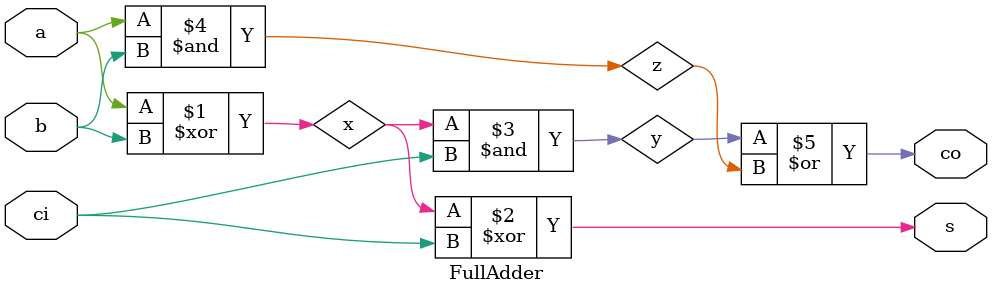
<source format=v>
`timescale 1ns / 1ps
module FullAdder(a, b, ci, s, co);
					  input a, b, ci;
					  output co, s;
					  wire x, y, z;
					  xor (x, a, b);
					  xor (s, x, ci);
					  and (y, x, ci);
					  and (z, a, b);
					  or  (co, y, z);
endmodule

</source>
